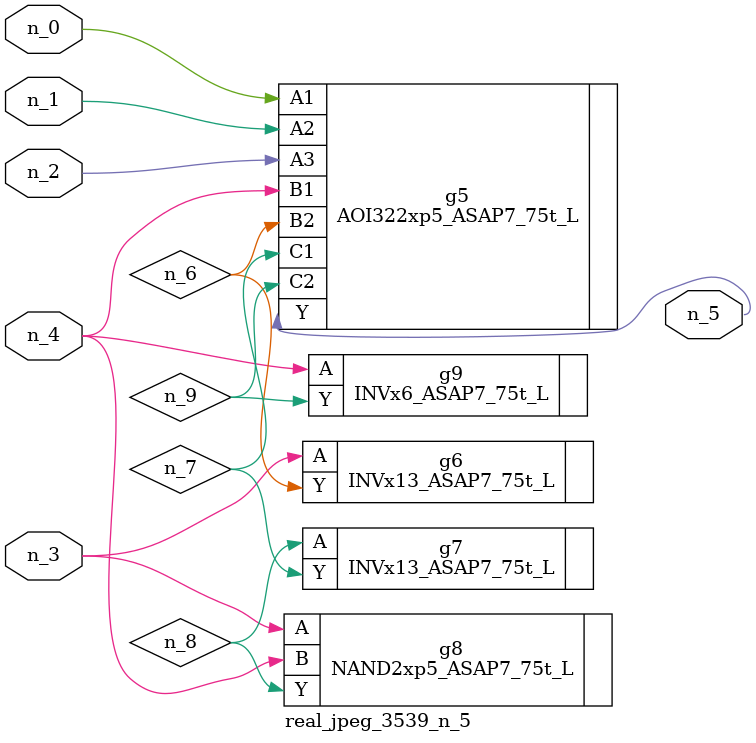
<source format=v>
module real_jpeg_3539_n_5 (n_4, n_0, n_1, n_2, n_3, n_5);

input n_4;
input n_0;
input n_1;
input n_2;
input n_3;

output n_5;

wire n_8;
wire n_6;
wire n_7;
wire n_9;

AOI322xp5_ASAP7_75t_L g5 ( 
.A1(n_0),
.A2(n_1),
.A3(n_2),
.B1(n_4),
.B2(n_6),
.C1(n_7),
.C2(n_9),
.Y(n_5)
);

INVx13_ASAP7_75t_L g6 ( 
.A(n_3),
.Y(n_6)
);

NAND2xp5_ASAP7_75t_L g8 ( 
.A(n_3),
.B(n_4),
.Y(n_8)
);

INVx6_ASAP7_75t_L g9 ( 
.A(n_4),
.Y(n_9)
);

INVx13_ASAP7_75t_L g7 ( 
.A(n_8),
.Y(n_7)
);


endmodule
</source>
